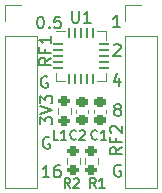
<source format=gbr>
%TF.GenerationSoftware,KiCad,Pcbnew,9.0.7*%
%TF.CreationDate,2026-01-03T11:49:46-05:00*%
%TF.ProjectId,T41-RF-board-Attenuator-daughterboard,5434312d-5246-42d6-926f-6172642d4174,rev?*%
%TF.SameCoordinates,Original*%
%TF.FileFunction,Legend,Top*%
%TF.FilePolarity,Positive*%
%FSLAX46Y46*%
G04 Gerber Fmt 4.6, Leading zero omitted, Abs format (unit mm)*
G04 Created by KiCad (PCBNEW 9.0.7) date 2026-01-03 11:49:46*
%MOMM*%
%LPD*%
G01*
G04 APERTURE LIST*
G04 Aperture macros list*
%AMRoundRect*
0 Rectangle with rounded corners*
0 $1 Rounding radius*
0 $2 $3 $4 $5 $6 $7 $8 $9 X,Y pos of 4 corners*
0 Add a 4 corners polygon primitive as box body*
4,1,4,$2,$3,$4,$5,$6,$7,$8,$9,$2,$3,0*
0 Add four circle primitives for the rounded corners*
1,1,$1+$1,$2,$3*
1,1,$1+$1,$4,$5*
1,1,$1+$1,$6,$7*
1,1,$1+$1,$8,$9*
0 Add four rect primitives between the rounded corners*
20,1,$1+$1,$2,$3,$4,$5,0*
20,1,$1+$1,$4,$5,$6,$7,0*
20,1,$1+$1,$6,$7,$8,$9,0*
20,1,$1+$1,$8,$9,$2,$3,0*%
G04 Aperture macros list end*
%ADD10C,0.200000*%
%ADD11C,0.150000*%
%ADD12C,0.120000*%
%ADD13RoundRect,0.200000X0.275000X-0.200000X0.275000X0.200000X-0.275000X0.200000X-0.275000X-0.200000X0*%
%ADD14R,1.700000X1.700000*%
%ADD15C,1.700000*%
%ADD16RoundRect,0.200000X-0.275000X0.200000X-0.275000X-0.200000X0.275000X-0.200000X0.275000X0.200000X0*%
%ADD17RoundRect,0.062500X-0.337500X-0.062500X0.337500X-0.062500X0.337500X0.062500X-0.337500X0.062500X0*%
%ADD18RoundRect,0.062500X-0.062500X-0.337500X0.062500X-0.337500X0.062500X0.337500X-0.062500X0.337500X0*%
%ADD19R,2.200000X2.200000*%
%ADD20RoundRect,0.225000X0.250000X-0.225000X0.250000X0.225000X-0.250000X0.225000X-0.250000X-0.225000X0*%
G04 APERTURE END LIST*
D10*
X92162044Y-68288552D02*
X92162044Y-68955219D01*
X91923949Y-67907600D02*
X91685854Y-68621885D01*
X91685854Y-68621885D02*
X92304901Y-68621885D01*
X86237482Y-73336838D02*
X86142244Y-73289219D01*
X86142244Y-73289219D02*
X85999387Y-73289219D01*
X85999387Y-73289219D02*
X85856530Y-73336838D01*
X85856530Y-73336838D02*
X85761292Y-73432076D01*
X85761292Y-73432076D02*
X85713673Y-73527314D01*
X85713673Y-73527314D02*
X85666054Y-73717790D01*
X85666054Y-73717790D02*
X85666054Y-73860647D01*
X85666054Y-73860647D02*
X85713673Y-74051123D01*
X85713673Y-74051123D02*
X85761292Y-74146361D01*
X85761292Y-74146361D02*
X85856530Y-74241600D01*
X85856530Y-74241600D02*
X85999387Y-74289219D01*
X85999387Y-74289219D02*
X86094625Y-74289219D01*
X86094625Y-74289219D02*
X86237482Y-74241600D01*
X86237482Y-74241600D02*
X86285101Y-74193980D01*
X86285101Y-74193980D02*
X86285101Y-73860647D01*
X86285101Y-73860647D02*
X86094625Y-73860647D01*
X92374019Y-74166698D02*
X91897828Y-74500031D01*
X92374019Y-74738126D02*
X91374019Y-74738126D01*
X91374019Y-74738126D02*
X91374019Y-74357174D01*
X91374019Y-74357174D02*
X91421638Y-74261936D01*
X91421638Y-74261936D02*
X91469257Y-74214317D01*
X91469257Y-74214317D02*
X91564495Y-74166698D01*
X91564495Y-74166698D02*
X91707352Y-74166698D01*
X91707352Y-74166698D02*
X91802590Y-74214317D01*
X91802590Y-74214317D02*
X91850209Y-74261936D01*
X91850209Y-74261936D02*
X91897828Y-74357174D01*
X91897828Y-74357174D02*
X91897828Y-74738126D01*
X91850209Y-73404793D02*
X91850209Y-73738126D01*
X92374019Y-73738126D02*
X91374019Y-73738126D01*
X91374019Y-73738126D02*
X91374019Y-73261936D01*
X91469257Y-72928602D02*
X91421638Y-72880983D01*
X91421638Y-72880983D02*
X91374019Y-72785745D01*
X91374019Y-72785745D02*
X91374019Y-72547650D01*
X91374019Y-72547650D02*
X91421638Y-72452412D01*
X91421638Y-72452412D02*
X91469257Y-72404793D01*
X91469257Y-72404793D02*
X91564495Y-72357174D01*
X91564495Y-72357174D02*
X91659733Y-72357174D01*
X91659733Y-72357174D02*
X91802590Y-72404793D01*
X91802590Y-72404793D02*
X92374019Y-72976221D01*
X92374019Y-72976221D02*
X92374019Y-72357174D01*
X85446949Y-63103819D02*
X85542187Y-63103819D01*
X85542187Y-63103819D02*
X85637425Y-63151438D01*
X85637425Y-63151438D02*
X85685044Y-63199057D01*
X85685044Y-63199057D02*
X85732663Y-63294295D01*
X85732663Y-63294295D02*
X85780282Y-63484771D01*
X85780282Y-63484771D02*
X85780282Y-63722866D01*
X85780282Y-63722866D02*
X85732663Y-63913342D01*
X85732663Y-63913342D02*
X85685044Y-64008580D01*
X85685044Y-64008580D02*
X85637425Y-64056200D01*
X85637425Y-64056200D02*
X85542187Y-64103819D01*
X85542187Y-64103819D02*
X85446949Y-64103819D01*
X85446949Y-64103819D02*
X85351711Y-64056200D01*
X85351711Y-64056200D02*
X85304092Y-64008580D01*
X85304092Y-64008580D02*
X85256473Y-63913342D01*
X85256473Y-63913342D02*
X85208854Y-63722866D01*
X85208854Y-63722866D02*
X85208854Y-63484771D01*
X85208854Y-63484771D02*
X85256473Y-63294295D01*
X85256473Y-63294295D02*
X85304092Y-63199057D01*
X85304092Y-63199057D02*
X85351711Y-63151438D01*
X85351711Y-63151438D02*
X85446949Y-63103819D01*
X86208854Y-64008580D02*
X86256473Y-64056200D01*
X86256473Y-64056200D02*
X86208854Y-64103819D01*
X86208854Y-64103819D02*
X86161235Y-64056200D01*
X86161235Y-64056200D02*
X86208854Y-64008580D01*
X86208854Y-64008580D02*
X86208854Y-64103819D01*
X87161234Y-63103819D02*
X86685044Y-63103819D01*
X86685044Y-63103819D02*
X86637425Y-63580009D01*
X86637425Y-63580009D02*
X86685044Y-63532390D01*
X86685044Y-63532390D02*
X86780282Y-63484771D01*
X86780282Y-63484771D02*
X87018377Y-63484771D01*
X87018377Y-63484771D02*
X87113615Y-63532390D01*
X87113615Y-63532390D02*
X87161234Y-63580009D01*
X87161234Y-63580009D02*
X87208853Y-63675247D01*
X87208853Y-63675247D02*
X87208853Y-63913342D01*
X87208853Y-63913342D02*
X87161234Y-64008580D01*
X87161234Y-64008580D02*
X87113615Y-64056200D01*
X87113615Y-64056200D02*
X87018377Y-64103819D01*
X87018377Y-64103819D02*
X86780282Y-64103819D01*
X86780282Y-64103819D02*
X86685044Y-64056200D01*
X86685044Y-64056200D02*
X86637425Y-64008580D01*
X85481219Y-72242564D02*
X85481219Y-71623517D01*
X85481219Y-71623517D02*
X85862171Y-71956850D01*
X85862171Y-71956850D02*
X85862171Y-71813993D01*
X85862171Y-71813993D02*
X85909790Y-71718755D01*
X85909790Y-71718755D02*
X85957409Y-71671136D01*
X85957409Y-71671136D02*
X86052647Y-71623517D01*
X86052647Y-71623517D02*
X86290742Y-71623517D01*
X86290742Y-71623517D02*
X86385980Y-71671136D01*
X86385980Y-71671136D02*
X86433600Y-71718755D01*
X86433600Y-71718755D02*
X86481219Y-71813993D01*
X86481219Y-71813993D02*
X86481219Y-72099707D01*
X86481219Y-72099707D02*
X86433600Y-72194945D01*
X86433600Y-72194945D02*
X86385980Y-72242564D01*
X85481219Y-71337802D02*
X86481219Y-71004469D01*
X86481219Y-71004469D02*
X85481219Y-70671136D01*
X85481219Y-70433040D02*
X85481219Y-69813993D01*
X85481219Y-69813993D02*
X85862171Y-70147326D01*
X85862171Y-70147326D02*
X85862171Y-70004469D01*
X85862171Y-70004469D02*
X85909790Y-69909231D01*
X85909790Y-69909231D02*
X85957409Y-69861612D01*
X85957409Y-69861612D02*
X86052647Y-69813993D01*
X86052647Y-69813993D02*
X86290742Y-69813993D01*
X86290742Y-69813993D02*
X86385980Y-69861612D01*
X86385980Y-69861612D02*
X86433600Y-69909231D01*
X86433600Y-69909231D02*
X86481219Y-70004469D01*
X86481219Y-70004469D02*
X86481219Y-70290183D01*
X86481219Y-70290183D02*
X86433600Y-70385421D01*
X86433600Y-70385421D02*
X86385980Y-70433040D01*
X92257282Y-75699038D02*
X92162044Y-75651419D01*
X92162044Y-75651419D02*
X92019187Y-75651419D01*
X92019187Y-75651419D02*
X91876330Y-75699038D01*
X91876330Y-75699038D02*
X91781092Y-75794276D01*
X91781092Y-75794276D02*
X91733473Y-75889514D01*
X91733473Y-75889514D02*
X91685854Y-76079990D01*
X91685854Y-76079990D02*
X91685854Y-76222847D01*
X91685854Y-76222847D02*
X91733473Y-76413323D01*
X91733473Y-76413323D02*
X91781092Y-76508561D01*
X91781092Y-76508561D02*
X91876330Y-76603800D01*
X91876330Y-76603800D02*
X92019187Y-76651419D01*
X92019187Y-76651419D02*
X92114425Y-76651419D01*
X92114425Y-76651419D02*
X92257282Y-76603800D01*
X92257282Y-76603800D02*
X92304901Y-76556180D01*
X92304901Y-76556180D02*
X92304901Y-76222847D01*
X92304901Y-76222847D02*
X92114425Y-76222847D01*
X91685854Y-65535857D02*
X91733473Y-65488238D01*
X91733473Y-65488238D02*
X91828711Y-65440619D01*
X91828711Y-65440619D02*
X92066806Y-65440619D01*
X92066806Y-65440619D02*
X92162044Y-65488238D01*
X92162044Y-65488238D02*
X92209663Y-65535857D01*
X92209663Y-65535857D02*
X92257282Y-65631095D01*
X92257282Y-65631095D02*
X92257282Y-65726333D01*
X92257282Y-65726333D02*
X92209663Y-65869190D01*
X92209663Y-65869190D02*
X91638235Y-66440619D01*
X91638235Y-66440619D02*
X92257282Y-66440619D01*
X91927130Y-70949190D02*
X91831892Y-70901571D01*
X91831892Y-70901571D02*
X91784273Y-70853952D01*
X91784273Y-70853952D02*
X91736654Y-70758714D01*
X91736654Y-70758714D02*
X91736654Y-70711095D01*
X91736654Y-70711095D02*
X91784273Y-70615857D01*
X91784273Y-70615857D02*
X91831892Y-70568238D01*
X91831892Y-70568238D02*
X91927130Y-70520619D01*
X91927130Y-70520619D02*
X92117606Y-70520619D01*
X92117606Y-70520619D02*
X92212844Y-70568238D01*
X92212844Y-70568238D02*
X92260463Y-70615857D01*
X92260463Y-70615857D02*
X92308082Y-70711095D01*
X92308082Y-70711095D02*
X92308082Y-70758714D01*
X92308082Y-70758714D02*
X92260463Y-70853952D01*
X92260463Y-70853952D02*
X92212844Y-70901571D01*
X92212844Y-70901571D02*
X92117606Y-70949190D01*
X92117606Y-70949190D02*
X91927130Y-70949190D01*
X91927130Y-70949190D02*
X91831892Y-70996809D01*
X91831892Y-70996809D02*
X91784273Y-71044428D01*
X91784273Y-71044428D02*
X91736654Y-71139666D01*
X91736654Y-71139666D02*
X91736654Y-71330142D01*
X91736654Y-71330142D02*
X91784273Y-71425380D01*
X91784273Y-71425380D02*
X91831892Y-71473000D01*
X91831892Y-71473000D02*
X91927130Y-71520619D01*
X91927130Y-71520619D02*
X92117606Y-71520619D01*
X92117606Y-71520619D02*
X92212844Y-71473000D01*
X92212844Y-71473000D02*
X92260463Y-71425380D01*
X92260463Y-71425380D02*
X92308082Y-71330142D01*
X92308082Y-71330142D02*
X92308082Y-71139666D01*
X92308082Y-71139666D02*
X92260463Y-71044428D01*
X92260463Y-71044428D02*
X92212844Y-70996809D01*
X92212844Y-70996809D02*
X92117606Y-70949190D01*
X92206482Y-64002219D02*
X91635054Y-64002219D01*
X91920768Y-64002219D02*
X91920768Y-63002219D01*
X91920768Y-63002219D02*
X91825530Y-63145076D01*
X91825530Y-63145076D02*
X91730292Y-63240314D01*
X91730292Y-63240314D02*
X91635054Y-63287933D01*
X86237482Y-76702219D02*
X85666054Y-76702219D01*
X85951768Y-76702219D02*
X85951768Y-75702219D01*
X85951768Y-75702219D02*
X85856530Y-75845076D01*
X85856530Y-75845076D02*
X85761292Y-75940314D01*
X85761292Y-75940314D02*
X85666054Y-75987933D01*
X87094625Y-75702219D02*
X86904149Y-75702219D01*
X86904149Y-75702219D02*
X86808911Y-75749838D01*
X86808911Y-75749838D02*
X86761292Y-75797457D01*
X86761292Y-75797457D02*
X86666054Y-75940314D01*
X86666054Y-75940314D02*
X86618435Y-76130790D01*
X86618435Y-76130790D02*
X86618435Y-76511742D01*
X86618435Y-76511742D02*
X86666054Y-76606980D01*
X86666054Y-76606980D02*
X86713673Y-76654600D01*
X86713673Y-76654600D02*
X86808911Y-76702219D01*
X86808911Y-76702219D02*
X86999387Y-76702219D01*
X86999387Y-76702219D02*
X87094625Y-76654600D01*
X87094625Y-76654600D02*
X87142244Y-76606980D01*
X87142244Y-76606980D02*
X87189863Y-76511742D01*
X87189863Y-76511742D02*
X87189863Y-76273647D01*
X87189863Y-76273647D02*
X87142244Y-76178409D01*
X87142244Y-76178409D02*
X87094625Y-76130790D01*
X87094625Y-76130790D02*
X86999387Y-76083171D01*
X86999387Y-76083171D02*
X86808911Y-76083171D01*
X86808911Y-76083171D02*
X86713673Y-76130790D01*
X86713673Y-76130790D02*
X86666054Y-76178409D01*
X86666054Y-76178409D02*
X86618435Y-76273647D01*
X86059682Y-68180638D02*
X85964444Y-68133019D01*
X85964444Y-68133019D02*
X85821587Y-68133019D01*
X85821587Y-68133019D02*
X85678730Y-68180638D01*
X85678730Y-68180638D02*
X85583492Y-68275876D01*
X85583492Y-68275876D02*
X85535873Y-68371114D01*
X85535873Y-68371114D02*
X85488254Y-68561590D01*
X85488254Y-68561590D02*
X85488254Y-68704447D01*
X85488254Y-68704447D02*
X85535873Y-68894923D01*
X85535873Y-68894923D02*
X85583492Y-68990161D01*
X85583492Y-68990161D02*
X85678730Y-69085400D01*
X85678730Y-69085400D02*
X85821587Y-69133019D01*
X85821587Y-69133019D02*
X85916825Y-69133019D01*
X85916825Y-69133019D02*
X86059682Y-69085400D01*
X86059682Y-69085400D02*
X86107301Y-69037780D01*
X86107301Y-69037780D02*
X86107301Y-68704447D01*
X86107301Y-68704447D02*
X85916825Y-68704447D01*
X86379619Y-66597498D02*
X85903428Y-66930831D01*
X86379619Y-67168926D02*
X85379619Y-67168926D01*
X85379619Y-67168926D02*
X85379619Y-66787974D01*
X85379619Y-66787974D02*
X85427238Y-66692736D01*
X85427238Y-66692736D02*
X85474857Y-66645117D01*
X85474857Y-66645117D02*
X85570095Y-66597498D01*
X85570095Y-66597498D02*
X85712952Y-66597498D01*
X85712952Y-66597498D02*
X85808190Y-66645117D01*
X85808190Y-66645117D02*
X85855809Y-66692736D01*
X85855809Y-66692736D02*
X85903428Y-66787974D01*
X85903428Y-66787974D02*
X85903428Y-67168926D01*
X85855809Y-65835593D02*
X85855809Y-66168926D01*
X86379619Y-66168926D02*
X85379619Y-66168926D01*
X85379619Y-66168926D02*
X85379619Y-65692736D01*
X86379619Y-64787974D02*
X86379619Y-65359402D01*
X86379619Y-65073688D02*
X85379619Y-65073688D01*
X85379619Y-65073688D02*
X85522476Y-65168926D01*
X85522476Y-65168926D02*
X85617714Y-65264164D01*
X85617714Y-65264164D02*
X85665333Y-65359402D01*
D11*
X86988666Y-73514295D02*
X86607714Y-73514295D01*
X86607714Y-73514295D02*
X86607714Y-72714295D01*
X87674380Y-73514295D02*
X87217237Y-73514295D01*
X87445809Y-73514295D02*
X87445809Y-72714295D01*
X87445809Y-72714295D02*
X87369618Y-72828580D01*
X87369618Y-72828580D02*
X87293428Y-72904771D01*
X87293428Y-72904771D02*
X87217237Y-72942866D01*
X88004667Y-77578295D02*
X87738000Y-77197342D01*
X87547524Y-77578295D02*
X87547524Y-76778295D01*
X87547524Y-76778295D02*
X87852286Y-76778295D01*
X87852286Y-76778295D02*
X87928476Y-76816390D01*
X87928476Y-76816390D02*
X87966571Y-76854485D01*
X87966571Y-76854485D02*
X88004667Y-76930676D01*
X88004667Y-76930676D02*
X88004667Y-77044961D01*
X88004667Y-77044961D02*
X87966571Y-77121152D01*
X87966571Y-77121152D02*
X87928476Y-77159247D01*
X87928476Y-77159247D02*
X87852286Y-77197342D01*
X87852286Y-77197342D02*
X87547524Y-77197342D01*
X88309428Y-76854485D02*
X88347524Y-76816390D01*
X88347524Y-76816390D02*
X88423714Y-76778295D01*
X88423714Y-76778295D02*
X88614190Y-76778295D01*
X88614190Y-76778295D02*
X88690381Y-76816390D01*
X88690381Y-76816390D02*
X88728476Y-76854485D01*
X88728476Y-76854485D02*
X88766571Y-76930676D01*
X88766571Y-76930676D02*
X88766571Y-77006866D01*
X88766571Y-77006866D02*
X88728476Y-77121152D01*
X88728476Y-77121152D02*
X88271333Y-77578295D01*
X88271333Y-77578295D02*
X88766571Y-77578295D01*
X88154095Y-62620819D02*
X88154095Y-63430342D01*
X88154095Y-63430342D02*
X88201714Y-63525580D01*
X88201714Y-63525580D02*
X88249333Y-63573200D01*
X88249333Y-63573200D02*
X88344571Y-63620819D01*
X88344571Y-63620819D02*
X88535047Y-63620819D01*
X88535047Y-63620819D02*
X88630285Y-63573200D01*
X88630285Y-63573200D02*
X88677904Y-63525580D01*
X88677904Y-63525580D02*
X88725523Y-63430342D01*
X88725523Y-63430342D02*
X88725523Y-62620819D01*
X89725523Y-63620819D02*
X89154095Y-63620819D01*
X89439809Y-63620819D02*
X89439809Y-62620819D01*
X89439809Y-62620819D02*
X89344571Y-62763676D01*
X89344571Y-62763676D02*
X89249333Y-62858914D01*
X89249333Y-62858914D02*
X89154095Y-62906533D01*
X88512667Y-73438104D02*
X88474571Y-73476200D01*
X88474571Y-73476200D02*
X88360286Y-73514295D01*
X88360286Y-73514295D02*
X88284095Y-73514295D01*
X88284095Y-73514295D02*
X88169809Y-73476200D01*
X88169809Y-73476200D02*
X88093619Y-73400009D01*
X88093619Y-73400009D02*
X88055524Y-73323819D01*
X88055524Y-73323819D02*
X88017428Y-73171438D01*
X88017428Y-73171438D02*
X88017428Y-73057152D01*
X88017428Y-73057152D02*
X88055524Y-72904771D01*
X88055524Y-72904771D02*
X88093619Y-72828580D01*
X88093619Y-72828580D02*
X88169809Y-72752390D01*
X88169809Y-72752390D02*
X88284095Y-72714295D01*
X88284095Y-72714295D02*
X88360286Y-72714295D01*
X88360286Y-72714295D02*
X88474571Y-72752390D01*
X88474571Y-72752390D02*
X88512667Y-72790485D01*
X88817428Y-72790485D02*
X88855524Y-72752390D01*
X88855524Y-72752390D02*
X88931714Y-72714295D01*
X88931714Y-72714295D02*
X89122190Y-72714295D01*
X89122190Y-72714295D02*
X89198381Y-72752390D01*
X89198381Y-72752390D02*
X89236476Y-72790485D01*
X89236476Y-72790485D02*
X89274571Y-72866676D01*
X89274571Y-72866676D02*
X89274571Y-72942866D01*
X89274571Y-72942866D02*
X89236476Y-73057152D01*
X89236476Y-73057152D02*
X88779333Y-73514295D01*
X88779333Y-73514295D02*
X89274571Y-73514295D01*
X90290667Y-73438104D02*
X90252571Y-73476200D01*
X90252571Y-73476200D02*
X90138286Y-73514295D01*
X90138286Y-73514295D02*
X90062095Y-73514295D01*
X90062095Y-73514295D02*
X89947809Y-73476200D01*
X89947809Y-73476200D02*
X89871619Y-73400009D01*
X89871619Y-73400009D02*
X89833524Y-73323819D01*
X89833524Y-73323819D02*
X89795428Y-73171438D01*
X89795428Y-73171438D02*
X89795428Y-73057152D01*
X89795428Y-73057152D02*
X89833524Y-72904771D01*
X89833524Y-72904771D02*
X89871619Y-72828580D01*
X89871619Y-72828580D02*
X89947809Y-72752390D01*
X89947809Y-72752390D02*
X90062095Y-72714295D01*
X90062095Y-72714295D02*
X90138286Y-72714295D01*
X90138286Y-72714295D02*
X90252571Y-72752390D01*
X90252571Y-72752390D02*
X90290667Y-72790485D01*
X91052571Y-73514295D02*
X90595428Y-73514295D01*
X90824000Y-73514295D02*
X90824000Y-72714295D01*
X90824000Y-72714295D02*
X90747809Y-72828580D01*
X90747809Y-72828580D02*
X90671619Y-72904771D01*
X90671619Y-72904771D02*
X90595428Y-72942866D01*
X90163667Y-77578295D02*
X89897000Y-77197342D01*
X89706524Y-77578295D02*
X89706524Y-76778295D01*
X89706524Y-76778295D02*
X90011286Y-76778295D01*
X90011286Y-76778295D02*
X90087476Y-76816390D01*
X90087476Y-76816390D02*
X90125571Y-76854485D01*
X90125571Y-76854485D02*
X90163667Y-76930676D01*
X90163667Y-76930676D02*
X90163667Y-77044961D01*
X90163667Y-77044961D02*
X90125571Y-77121152D01*
X90125571Y-77121152D02*
X90087476Y-77159247D01*
X90087476Y-77159247D02*
X90011286Y-77197342D01*
X90011286Y-77197342D02*
X89706524Y-77197342D01*
X90925571Y-77578295D02*
X90468428Y-77578295D01*
X90697000Y-77578295D02*
X90697000Y-76778295D01*
X90697000Y-76778295D02*
X90620809Y-76892580D01*
X90620809Y-76892580D02*
X90544619Y-76968771D01*
X90544619Y-76968771D02*
X90468428Y-77006866D01*
D12*
%TO.C,L1*%
X86980500Y-71357258D02*
X86980500Y-70882742D01*
X88025500Y-71357258D02*
X88025500Y-70882742D01*
%TO.C,J1*%
X82440000Y-62120000D02*
X83820000Y-62120000D01*
X82440000Y-63500000D02*
X82440000Y-62120000D01*
X82440000Y-64770000D02*
X82440000Y-77580000D01*
X82440000Y-64770000D02*
X85200000Y-64770000D01*
X82440000Y-77580000D02*
X85200000Y-77580000D01*
X85200000Y-64770000D02*
X85200000Y-77580000D01*
%TO.C,J2*%
X92600000Y-62120000D02*
X93980000Y-62120001D01*
X92600000Y-64770000D02*
X92600000Y-77580000D01*
X92600000Y-64770000D02*
X95360000Y-64770000D01*
X92600000Y-77580000D02*
X95360000Y-77580000D01*
X92600001Y-63500000D02*
X92600000Y-62120000D01*
X95360000Y-64770000D02*
X95360000Y-77580000D01*
%TO.C,R2*%
X87742500Y-75073742D02*
X87742500Y-75548258D01*
X88787500Y-75073742D02*
X88787500Y-75548258D01*
%TO.C,U1*%
X86806000Y-68576000D02*
X86806000Y-67851000D01*
X87531000Y-64356000D02*
X86806000Y-64356000D01*
X87531000Y-68576000D02*
X86806000Y-68576000D01*
X90301000Y-64356000D02*
X91026000Y-64356000D01*
X90301000Y-68576000D02*
X91026000Y-68576000D01*
X91026000Y-64356000D02*
X91026000Y-65081000D01*
X91026000Y-68576000D02*
X91026000Y-67851000D01*
%TO.C,C2*%
X88517000Y-71260581D02*
X88517000Y-70979419D01*
X89537000Y-71260581D02*
X89537000Y-70979419D01*
%TO.C,C1*%
X90041000Y-71260581D02*
X90041000Y-70979419D01*
X91061000Y-71260581D02*
X91061000Y-70979419D01*
%TO.C,R1*%
X89266500Y-75548258D02*
X89266500Y-75073742D01*
X90311500Y-75548258D02*
X90311500Y-75073742D01*
%TD*%
%LPC*%
D13*
%TO.C,L1*%
X87503000Y-71945000D03*
X87503000Y-70295000D03*
%TD*%
D14*
%TO.C,J1*%
X83820000Y-63500000D03*
D15*
X83820000Y-66040000D03*
X83820000Y-68580000D03*
X83820000Y-71120000D03*
X83820000Y-73660000D03*
X83820000Y-76200000D03*
%TD*%
D14*
%TO.C,J2*%
X93980000Y-63500000D03*
D15*
X93980000Y-66040000D03*
X93980000Y-68579999D03*
X93980000Y-71120000D03*
X93980000Y-73660000D03*
X93980000Y-76200000D03*
%TD*%
D16*
%TO.C,R2*%
X88265000Y-74486000D03*
X88265000Y-76136000D03*
%TD*%
D17*
%TO.C,U1*%
X86966000Y-65466000D03*
X86966000Y-65966000D03*
X86966000Y-66466000D03*
X86966000Y-66966000D03*
X86966000Y-67466000D03*
D18*
X87916000Y-68416000D03*
X88416000Y-68416000D03*
X88916000Y-68416000D03*
X89416000Y-68416000D03*
X89916000Y-68416000D03*
D17*
X90866000Y-67466000D03*
X90866000Y-66966000D03*
X90866000Y-66466000D03*
X90866000Y-65966000D03*
X90866000Y-65466000D03*
D18*
X89916000Y-64516000D03*
X89416000Y-64516000D03*
X88916000Y-64516000D03*
X88416000Y-64516000D03*
X87916000Y-64516000D03*
D19*
X88916000Y-66466000D03*
%TD*%
D20*
%TO.C,C2*%
X89027000Y-71895000D03*
X89027000Y-70345000D03*
%TD*%
%TO.C,C1*%
X90551000Y-71895000D03*
X90551000Y-70345000D03*
%TD*%
D13*
%TO.C,R1*%
X89789000Y-76136000D03*
X89789000Y-74486000D03*
%TD*%
%LPD*%
M02*

</source>
